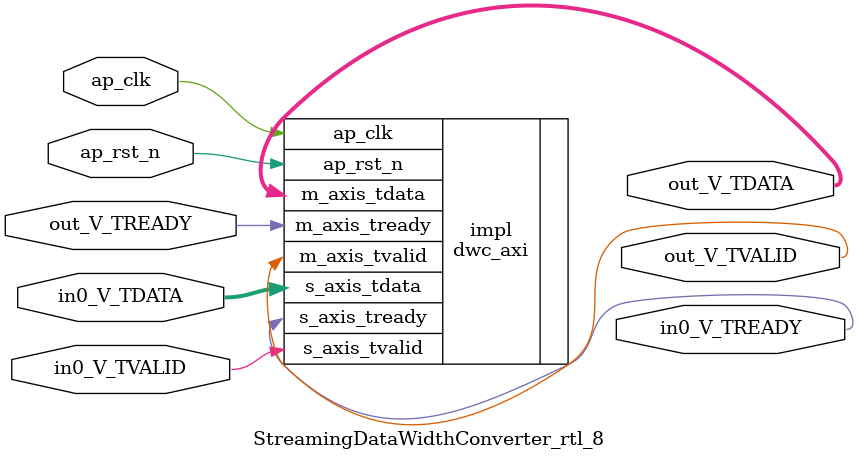
<source format=v>
/******************************************************************************
 * Copyright (C) 2023, Advanced Micro Devices, Inc.
 * All rights reserved.
 *
 * Redistribution and use in source and binary forms, with or without
 * modification, are permitted provided that the following conditions are met:
 *
 *  1. Redistributions of source code must retain the above copyright notice,
 *     this list of conditions and the following disclaimer.
 *
 *  2. Redistributions in binary form must reproduce the above copyright
 *     notice, this list of conditions and the following disclaimer in the
 *     documentation and/or other materials provided with the distribution.
 *
 *  3. Neither the name of the copyright holder nor the names of its
 *     contributors may be used to endorse or promote products derived from
 *     this software without specific prior written permission.
 *
 * THIS SOFTWARE IS PROVIDED BY THE COPYRIGHT HOLDERS AND CONTRIBUTORS "AS IS"
 * AND ANY EXPRESS OR IMPLIED WARRANTIES, INCLUDING, BUT NOT LIMITED TO,
 * THE IMPLIED WARRANTIES OF MERCHANTABILITY AND FITNESS FOR A PARTICULAR
 * PURPOSE ARE DISCLAIMED. IN NO EVENT SHALL THE COPYRIGHT HOLDER OR
 * CONTRIBUTORS BE LIABLE FOR ANY DIRECT, INDIRECT, INCIDENTAL, SPECIAL,
 * EXEMPLARY, OR CONSEQUENTIAL DAMAGES (INCLUDING, BUT NOT LIMITED TO,
 * PROCUREMENT OF SUBSTITUTE GOODS OR SERVICES; LOSS OF USE, DATA, OR PROFITS;
 * OR BUSINESS INTERRUPTION). HOWEVER CAUSED AND ON ANY THEORY OF LIABILITY,
 * WHETHER IN CONTRACT, STRICT LIABILITY, OR TORT (INCLUDING NEGLIGENCE OR
 * OTHERWISE) ARISING IN ANY WAY OUT OF THE USE OF THIS SOFTWARE, EVEN IF
 * ADVISED OF THE POSSIBILITY OF SUCH DAMAGE.
 *****************************************************************************/

module StreamingDataWidthConverter_rtl_8 #(
	parameter  IBITS = 8,
	parameter  OBITS = 32,

	parameter  AXI_IBITS = (IBITS+7)/8 * 8,
	parameter  AXI_OBITS = (OBITS+7)/8 * 8
)(
	//- Global Control ------------------
	(* X_INTERFACE_INFO = "xilinx.com:signal:clock:1.0 ap_clk CLK" *)
	(* X_INTERFACE_PARAMETER = "ASSOCIATED_BUSIF in0_V:out_V, ASSOCIATED_RESET ap_rst_n" *)
	input	ap_clk,
	(* X_INTERFACE_PARAMETER = "POLARITY ACTIVE_LOW" *)
	input	ap_rst_n,

	//- AXI Stream - Input --------------
	output	in0_V_TREADY,
	input	in0_V_TVALID,
	input	[AXI_IBITS-1:0]  in0_V_TDATA,

	//- AXI Stream - Output -------------
	input	out_V_TREADY,
	output	out_V_TVALID,
	output	[AXI_OBITS-1:0]  out_V_TDATA
);

	dwc_axi #(
		.IBITS(IBITS),
		.OBITS(OBITS)
	) impl (
		.ap_clk(ap_clk),
		.ap_rst_n(ap_rst_n),
		.s_axis_tready(in0_V_TREADY),
		.s_axis_tvalid(in0_V_TVALID),
		.s_axis_tdata(in0_V_TDATA),
		.m_axis_tready(out_V_TREADY),
		.m_axis_tvalid(out_V_TVALID),
		.m_axis_tdata(out_V_TDATA)
	);

endmodule

</source>
